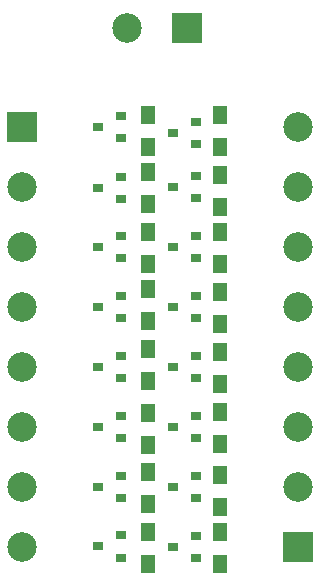
<source format=gbr>
%TF.GenerationSoftware,KiCad,Pcbnew,6.0.0-unknown-30ec895~86~ubuntu16.04.1*%
%TF.CreationDate,2021-05-25T09:51:37+03:00*%
%TF.ProjectId,npn-to-pnp,6e706e2d-746f-42d7-906e-702e6b696361,rev?*%
%TF.SameCoordinates,Original*%
%TF.FileFunction,Soldermask,Top*%
%TF.FilePolarity,Negative*%
%FSLAX46Y46*%
G04 Gerber Fmt 4.6, Leading zero omitted, Abs format (unit mm)*
G04 Created by KiCad (PCBNEW 6.0.0-unknown-30ec895~86~ubuntu16.04.1) date 2021-05-25 09:51:37*
%MOMM*%
%LPD*%
G04 APERTURE LIST*
%ADD10R,1.300000X1.500000*%
%ADD11R,0.900000X0.800000*%
%ADD12R,2.500000X2.500000*%
%ADD13C,2.500000*%
G04 APERTURE END LIST*
D10*
%TO.C,R16*%
X99822000Y-91346000D03*
X99822000Y-88646000D03*
%TD*%
%TO.C,R15*%
X99822000Y-86266000D03*
X99822000Y-83566000D03*
%TD*%
%TO.C,R14*%
X99822000Y-81280000D03*
X99822000Y-78580000D03*
%TD*%
%TO.C,R13*%
X99822000Y-75852000D03*
X99822000Y-73152000D03*
%TD*%
%TO.C,R12*%
X105918000Y-91346000D03*
X105918000Y-88646000D03*
%TD*%
%TO.C,R11*%
X105918000Y-86520000D03*
X105918000Y-83820000D03*
%TD*%
%TO.C,R10*%
X105918000Y-81186000D03*
X105918000Y-78486000D03*
%TD*%
%TO.C,R9*%
X105918000Y-76106000D03*
X105918000Y-73406000D03*
%TD*%
%TO.C,R8*%
X99822000Y-70772000D03*
X99822000Y-68072000D03*
%TD*%
%TO.C,R7*%
X99822000Y-65946000D03*
X99822000Y-63246000D03*
%TD*%
%TO.C,R6*%
X99822000Y-60866000D03*
X99822000Y-58166000D03*
%TD*%
%TO.C,R5*%
X99822000Y-56040000D03*
X99822000Y-53340000D03*
%TD*%
%TO.C,R4*%
X105918000Y-71026000D03*
X105918000Y-68326000D03*
%TD*%
%TO.C,R3*%
X105918000Y-65946000D03*
X105918000Y-63246000D03*
%TD*%
%TO.C,R2*%
X105918000Y-61120000D03*
X105918000Y-58420000D03*
%TD*%
%TO.C,R1*%
X105918000Y-56040000D03*
X105918000Y-53340000D03*
%TD*%
D11*
%TO.C,Q16*%
X97536000Y-90800000D03*
X97536000Y-88900000D03*
X95536000Y-89850000D03*
%TD*%
%TO.C,Q15*%
X97536000Y-85786000D03*
X97536000Y-83886000D03*
X95536000Y-84836000D03*
%TD*%
%TO.C,Q14*%
X97520000Y-80706000D03*
X97520000Y-78806000D03*
X95520000Y-79756000D03*
%TD*%
%TO.C,Q13*%
X97520000Y-75626000D03*
X97520000Y-73726000D03*
X95520000Y-74676000D03*
%TD*%
%TO.C,Q12*%
X103870000Y-90866000D03*
X103870000Y-88966000D03*
X101870000Y-89916000D03*
%TD*%
%TO.C,Q11*%
X103870000Y-85786000D03*
X103870000Y-83886000D03*
X101870000Y-84836000D03*
%TD*%
%TO.C,Q10*%
X103870000Y-80706000D03*
X103870000Y-78806000D03*
X101870000Y-79756000D03*
%TD*%
%TO.C,Q9*%
X103870000Y-75626000D03*
X103870000Y-73726000D03*
X101870000Y-74676000D03*
%TD*%
%TO.C,Q8*%
X97536000Y-70546000D03*
X97536000Y-68646000D03*
X95536000Y-69596000D03*
%TD*%
%TO.C,Q7*%
X97520000Y-65466000D03*
X97520000Y-63566000D03*
X95520000Y-64516000D03*
%TD*%
%TO.C,Q6*%
X97536000Y-60452000D03*
X97536000Y-58552000D03*
X95536000Y-59502000D03*
%TD*%
%TO.C,Q5*%
X97520000Y-55306000D03*
X97520000Y-53406000D03*
X95520000Y-54356000D03*
%TD*%
%TO.C,Q4*%
X103870000Y-70546000D03*
X103870000Y-68646000D03*
X101870000Y-69596000D03*
%TD*%
%TO.C,Q3*%
X103870000Y-65466000D03*
X103870000Y-63566000D03*
X101870000Y-64516000D03*
%TD*%
%TO.C,Q2*%
X103870000Y-60386000D03*
X103870000Y-58486000D03*
X101870000Y-59436000D03*
%TD*%
%TO.C,Q1*%
X103870000Y-55814000D03*
X103870000Y-53914000D03*
X101870000Y-54864000D03*
%TD*%
D12*
%TO.C,J3*%
X89154000Y-54356000D03*
D13*
X89154000Y-59436000D03*
X89154000Y-64516000D03*
X89154000Y-69596000D03*
X89154000Y-74676000D03*
X89154000Y-79756000D03*
X89154000Y-84836000D03*
X89154000Y-89916000D03*
%TD*%
D12*
%TO.C,J2*%
X112522000Y-89916000D03*
D13*
X112522000Y-84836000D03*
X112522000Y-79756000D03*
X112522000Y-74676000D03*
X112522000Y-69596000D03*
X112522000Y-64516000D03*
X112522000Y-59436000D03*
X112522000Y-54356000D03*
%TD*%
D12*
%TO.C,J1*%
X103124000Y-45974000D03*
D13*
X98044000Y-45974000D03*
%TD*%
M02*

</source>
